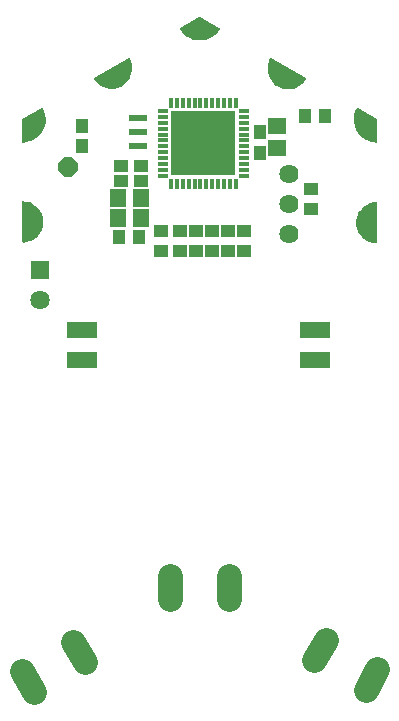
<source format=gbr>
G04 EAGLE Gerber RS-274X export*
G75*
%MOMM*%
%FSLAX34Y34*%
%LPD*%
%INSoldermask Bottom*%
%IPPOS*%
%AMOC8*
5,1,8,0,0,1.08239X$1,22.5*%
G01*
%ADD10R,1.201600X1.101600*%
%ADD11R,1.401600X1.601600*%
%ADD12R,1.101600X1.201600*%
%ADD13R,1.601600X1.401600*%
%ADD14R,1.631600X1.631600*%
%ADD15C,1.631600*%
%ADD16C,1.625600*%
%ADD17P,1.759533X8X22.500000*%
%ADD18R,2.641600X1.371600*%
%ADD19R,0.914400X0.355600*%
%ADD20R,0.355600X0.914400*%
%ADD21R,5.486400X5.486400*%
%ADD22R,1.501597X0.501600*%
%ADD23C,2.082800*%
%ADD24C,1.101600*%

G36*
X150084Y328125D02*
X150084Y328125D01*
X150155Y328134D01*
X150180Y328148D01*
X150208Y328155D01*
X150266Y328197D01*
X150327Y328232D01*
X150345Y328255D01*
X150369Y328273D01*
X150405Y328334D01*
X150448Y328390D01*
X150455Y328419D01*
X150470Y328444D01*
X150486Y328542D01*
X150497Y328583D01*
X150495Y328594D01*
X150497Y328608D01*
X150475Y362569D01*
X150475Y362572D01*
X150475Y362573D01*
X150471Y362590D01*
X150469Y362598D01*
X150472Y362627D01*
X150449Y362694D01*
X150435Y362764D01*
X150419Y362788D01*
X150410Y362816D01*
X150363Y362869D01*
X150323Y362928D01*
X150298Y362943D01*
X150279Y362965D01*
X150215Y362997D01*
X150155Y363035D01*
X150126Y363040D01*
X150100Y363052D01*
X150001Y363061D01*
X149959Y363068D01*
X149948Y363065D01*
X149934Y363066D01*
X147139Y362833D01*
X147106Y362823D01*
X147058Y362819D01*
X144340Y362129D01*
X144309Y362114D01*
X144262Y362102D01*
X141694Y360974D01*
X141666Y360954D01*
X141622Y360935D01*
X139275Y359399D01*
X139250Y359375D01*
X139210Y359348D01*
X137148Y357448D01*
X137129Y357421D01*
X137115Y357412D01*
X137110Y357403D01*
X137092Y357387D01*
X135371Y355173D01*
X135356Y355142D01*
X135326Y355104D01*
X133993Y352636D01*
X133983Y352603D01*
X133960Y352561D01*
X133051Y349908D01*
X133046Y349873D01*
X133031Y349828D01*
X132571Y347061D01*
X132572Y347026D01*
X132564Y346979D01*
X132566Y344174D01*
X132573Y344140D01*
X132573Y344092D01*
X133036Y341326D01*
X133049Y341294D01*
X133057Y341246D01*
X133969Y338594D01*
X133987Y338565D01*
X134002Y338519D01*
X135339Y336053D01*
X135361Y336027D01*
X135384Y335984D01*
X137108Y333772D01*
X137134Y333750D01*
X137164Y333712D01*
X139228Y331814D01*
X139258Y331796D01*
X139293Y331763D01*
X141642Y330231D01*
X141674Y330218D01*
X141715Y330192D01*
X144284Y329067D01*
X144318Y329059D01*
X144362Y329040D01*
X147081Y328353D01*
X147116Y328352D01*
X147162Y328340D01*
X149957Y328110D01*
X149986Y328113D01*
X150015Y328109D01*
X150084Y328125D01*
G37*
G36*
X-72588Y459043D02*
X-72588Y459043D01*
X-72554Y459051D01*
X-72506Y459053D01*
X-69754Y459592D01*
X-69722Y459605D01*
X-69675Y459615D01*
X-67049Y460600D01*
X-67019Y460618D01*
X-66974Y460635D01*
X-64546Y462039D01*
X-64520Y462062D01*
X-64479Y462086D01*
X-62315Y463870D01*
X-62293Y463897D01*
X-62256Y463928D01*
X-60416Y466044D01*
X-60399Y466074D01*
X-60367Y466110D01*
X-58900Y468500D01*
X-58888Y468533D01*
X-58863Y468574D01*
X-57809Y471173D01*
X-57803Y471207D01*
X-57784Y471252D01*
X-57173Y473989D01*
X-57172Y474023D01*
X-57162Y474070D01*
X-57009Y476871D01*
X-57014Y476905D01*
X-57011Y476953D01*
X-57322Y479740D01*
X-57332Y479773D01*
X-57337Y479821D01*
X-58102Y482519D01*
X-58118Y482550D01*
X-58131Y482597D01*
X-59330Y485132D01*
X-59347Y485156D01*
X-59358Y485183D01*
X-59406Y485234D01*
X-59449Y485291D01*
X-59474Y485306D01*
X-59494Y485327D01*
X-59559Y485356D01*
X-59621Y485392D01*
X-59650Y485395D01*
X-59676Y485407D01*
X-59747Y485408D01*
X-59818Y485417D01*
X-59846Y485409D01*
X-59875Y485409D01*
X-59968Y485374D01*
X-60009Y485363D01*
X-60018Y485356D01*
X-60031Y485351D01*
X-89431Y468351D01*
X-89453Y468332D01*
X-89479Y468319D01*
X-89527Y468266D01*
X-89580Y468219D01*
X-89593Y468193D01*
X-89612Y468171D01*
X-89635Y468104D01*
X-89666Y468040D01*
X-89667Y468011D01*
X-89676Y467983D01*
X-89671Y467912D01*
X-89674Y467841D01*
X-89664Y467814D01*
X-89662Y467785D01*
X-89620Y467694D01*
X-89605Y467655D01*
X-89597Y467647D01*
X-89591Y467634D01*
X-87992Y465330D01*
X-87967Y465306D01*
X-87939Y465267D01*
X-85982Y463258D01*
X-85954Y463238D01*
X-85920Y463204D01*
X-83659Y461544D01*
X-83628Y461530D01*
X-83589Y461501D01*
X-81086Y460237D01*
X-81053Y460227D01*
X-81010Y460206D01*
X-78332Y459370D01*
X-78298Y459367D01*
X-78252Y459352D01*
X-75474Y458969D01*
X-75439Y458971D01*
X-75391Y458964D01*
X-72588Y459043D01*
G37*
G36*
X75963Y458570D02*
X75963Y458570D01*
X76011Y458569D01*
X78789Y458952D01*
X78822Y458964D01*
X78870Y458970D01*
X81547Y459806D01*
X81578Y459822D01*
X81623Y459837D01*
X84127Y461101D01*
X84154Y461123D01*
X84197Y461144D01*
X86458Y462804D01*
X86481Y462829D01*
X86520Y462858D01*
X88477Y464867D01*
X88496Y464896D01*
X88529Y464930D01*
X90129Y467234D01*
X90140Y467261D01*
X90159Y467283D01*
X90179Y467351D01*
X90207Y467417D01*
X90208Y467446D01*
X90216Y467474D01*
X90208Y467545D01*
X90209Y467616D01*
X90197Y467642D01*
X90194Y467671D01*
X90159Y467733D01*
X90132Y467799D01*
X90111Y467819D01*
X90097Y467845D01*
X90020Y467908D01*
X89990Y467938D01*
X89979Y467942D01*
X89969Y467951D01*
X60569Y484951D01*
X60541Y484960D01*
X60517Y484977D01*
X60448Y484992D01*
X60380Y485014D01*
X60351Y485012D01*
X60323Y485018D01*
X60253Y485004D01*
X60182Y484999D01*
X60156Y484985D01*
X60127Y484980D01*
X60069Y484940D01*
X60005Y484907D01*
X59987Y484885D01*
X59963Y484869D01*
X59906Y484787D01*
X59879Y484754D01*
X59875Y484744D01*
X59867Y484732D01*
X58669Y482197D01*
X58661Y482163D01*
X58640Y482119D01*
X57875Y479421D01*
X57872Y479387D01*
X57859Y479340D01*
X57549Y476553D01*
X57551Y476526D01*
X57550Y476521D01*
X57552Y476516D01*
X57546Y476471D01*
X57699Y473670D01*
X57708Y473637D01*
X57710Y473589D01*
X58322Y470852D01*
X58336Y470820D01*
X58346Y470773D01*
X59400Y468174D01*
X59419Y468145D01*
X59437Y468100D01*
X60904Y465710D01*
X60928Y465685D01*
X60953Y465644D01*
X62794Y463528D01*
X62821Y463506D01*
X62853Y463470D01*
X65016Y461686D01*
X65047Y461669D01*
X65084Y461639D01*
X67512Y460235D01*
X67545Y460224D01*
X67586Y460200D01*
X70212Y459215D01*
X70246Y459209D01*
X70291Y459192D01*
X73044Y458653D01*
X73078Y458653D01*
X73126Y458643D01*
X75929Y458564D01*
X75963Y458570D01*
G37*
G36*
X-149658Y328789D02*
X-149658Y328789D01*
X-149644Y328787D01*
X-146850Y329021D01*
X-146816Y329031D01*
X-146768Y329034D01*
X-144050Y329725D01*
X-144019Y329740D01*
X-143972Y329752D01*
X-141405Y330880D01*
X-141376Y330900D01*
X-141332Y330919D01*
X-138985Y332455D01*
X-138961Y332479D01*
X-138920Y332505D01*
X-136858Y334406D01*
X-136847Y334421D01*
X-136835Y334430D01*
X-136824Y334447D01*
X-136802Y334467D01*
X-135081Y336681D01*
X-135066Y336712D01*
X-135036Y336750D01*
X-133703Y339217D01*
X-133693Y339251D01*
X-133670Y339293D01*
X-132761Y341946D01*
X-132757Y341981D01*
X-132741Y342026D01*
X-132281Y344793D01*
X-132282Y344827D01*
X-132274Y344875D01*
X-132276Y347679D01*
X-132283Y347713D01*
X-132283Y347761D01*
X-132746Y350527D01*
X-132759Y350560D01*
X-132767Y350607D01*
X-133679Y353259D01*
X-133697Y353289D01*
X-133712Y353335D01*
X-135049Y355800D01*
X-135071Y355827D01*
X-135094Y355869D01*
X-136818Y358081D01*
X-136844Y358104D01*
X-136874Y358142D01*
X-138938Y360040D01*
X-138968Y360058D01*
X-139003Y360091D01*
X-141352Y361623D01*
X-141384Y361636D01*
X-141425Y361662D01*
X-143994Y362787D01*
X-144028Y362794D01*
X-144072Y362814D01*
X-146791Y363500D01*
X-146826Y363502D01*
X-146872Y363514D01*
X-149667Y363744D01*
X-149696Y363740D01*
X-149725Y363745D01*
X-149794Y363729D01*
X-149865Y363720D01*
X-149890Y363706D01*
X-149919Y363699D01*
X-149976Y363657D01*
X-150037Y363621D01*
X-150055Y363598D01*
X-150079Y363581D01*
X-150115Y363520D01*
X-150158Y363463D01*
X-150165Y363435D01*
X-150180Y363410D01*
X-150196Y363312D01*
X-150207Y363270D01*
X-150205Y363259D01*
X-150208Y363246D01*
X-150185Y329285D01*
X-150179Y329256D01*
X-150182Y329227D01*
X-150160Y329159D01*
X-150145Y329090D01*
X-150129Y329066D01*
X-150120Y329038D01*
X-150073Y328984D01*
X-150033Y328926D01*
X-150008Y328910D01*
X-149989Y328888D01*
X-149925Y328857D01*
X-149865Y328819D01*
X-149836Y328814D01*
X-149810Y328801D01*
X-149711Y328793D01*
X-149669Y328786D01*
X-149658Y328789D01*
G37*
G36*
X150155Y413371D02*
X150155Y413371D01*
X150226Y413380D01*
X150251Y413394D01*
X150279Y413401D01*
X150336Y413443D01*
X150398Y413479D01*
X150416Y413502D01*
X150439Y413519D01*
X150475Y413581D01*
X150519Y413637D01*
X150526Y413665D01*
X150540Y413690D01*
X150557Y413789D01*
X150567Y413830D01*
X150566Y413841D01*
X150568Y413854D01*
X150545Y432894D01*
X150530Y432969D01*
X150521Y433046D01*
X150510Y433066D01*
X150505Y433089D01*
X150462Y433152D01*
X150424Y433219D01*
X150404Y433236D01*
X150393Y433252D01*
X150355Y433276D01*
X150296Y433325D01*
X133819Y442865D01*
X133791Y442874D01*
X133768Y442891D01*
X133698Y442905D01*
X133630Y442928D01*
X133601Y442926D01*
X133573Y442932D01*
X133503Y442918D01*
X133432Y442913D01*
X133406Y442900D01*
X133378Y442894D01*
X133319Y442854D01*
X133255Y442821D01*
X133237Y442799D01*
X133213Y442783D01*
X133156Y442701D01*
X133129Y442668D01*
X133125Y442658D01*
X133118Y442647D01*
X131803Y439877D01*
X131795Y439843D01*
X131775Y439801D01*
X130922Y436856D01*
X130919Y436823D01*
X130906Y436778D01*
X130536Y433734D01*
X130539Y433700D01*
X130533Y433653D01*
X130656Y430590D01*
X130664Y430557D01*
X130666Y430510D01*
X131279Y427506D01*
X131292Y427475D01*
X131302Y427429D01*
X132389Y424562D01*
X132407Y424533D01*
X132423Y424489D01*
X133956Y421834D01*
X133979Y421808D01*
X134002Y421768D01*
X135941Y419392D01*
X135967Y419371D01*
X135997Y419334D01*
X138292Y417301D01*
X138321Y417284D01*
X138356Y417253D01*
X140948Y415614D01*
X140979Y415602D01*
X141019Y415577D01*
X143840Y414375D01*
X143873Y414368D01*
X143916Y414350D01*
X146893Y413616D01*
X146927Y413614D01*
X146972Y413603D01*
X150029Y413356D01*
X150057Y413360D01*
X150086Y413355D01*
X150155Y413371D01*
G37*
G36*
X-149866Y413489D02*
X-149866Y413489D01*
X-149853Y413488D01*
X-146796Y413734D01*
X-146764Y413744D01*
X-146717Y413747D01*
X-143740Y414481D01*
X-143709Y414496D01*
X-143664Y414507D01*
X-140843Y415708D01*
X-140815Y415728D01*
X-140772Y415746D01*
X-138180Y417385D01*
X-138156Y417408D01*
X-138116Y417433D01*
X-135821Y419466D01*
X-135801Y419493D01*
X-135765Y419524D01*
X-133826Y421899D01*
X-133810Y421929D01*
X-133780Y421965D01*
X-132247Y424621D01*
X-132237Y424653D01*
X-132213Y424693D01*
X-131798Y425788D01*
X-131609Y426287D01*
X-131608Y426287D01*
X-131419Y426786D01*
X-131230Y427285D01*
X-131230Y427286D01*
X-131126Y427560D01*
X-131120Y427594D01*
X-131103Y427637D01*
X-130490Y430642D01*
X-130490Y430675D01*
X-130480Y430721D01*
X-130357Y433785D01*
X-130362Y433818D01*
X-130360Y433865D01*
X-130730Y436909D01*
X-130740Y436941D01*
X-130746Y436988D01*
X-131599Y439933D01*
X-131615Y439963D01*
X-131627Y440008D01*
X-132942Y442778D01*
X-132959Y442801D01*
X-132969Y442829D01*
X-133018Y442880D01*
X-133061Y442937D01*
X-133086Y442952D01*
X-133106Y442973D01*
X-133171Y443001D01*
X-133233Y443037D01*
X-133262Y443041D01*
X-133288Y443052D01*
X-133359Y443053D01*
X-133430Y443062D01*
X-133458Y443054D01*
X-133487Y443054D01*
X-133581Y443019D01*
X-133622Y443008D01*
X-133630Y443001D01*
X-133643Y442996D01*
X-150120Y433457D01*
X-150178Y433406D01*
X-150240Y433360D01*
X-150252Y433340D01*
X-150269Y433325D01*
X-150302Y433255D01*
X-150341Y433189D01*
X-150346Y433164D01*
X-150355Y433145D01*
X-150356Y433101D01*
X-150369Y433025D01*
X-150392Y413986D01*
X-150386Y413958D01*
X-150389Y413929D01*
X-150367Y413861D01*
X-150353Y413791D01*
X-150336Y413767D01*
X-150327Y413740D01*
X-150281Y413686D01*
X-150240Y413627D01*
X-150216Y413611D01*
X-150197Y413589D01*
X-150133Y413558D01*
X-150073Y413520D01*
X-150044Y413515D01*
X-150018Y413502D01*
X-149919Y413494D01*
X-149877Y413486D01*
X-149866Y413489D01*
G37*
G36*
X1585Y500062D02*
X1585Y500062D01*
X1632Y500061D01*
X4658Y500553D01*
X4690Y500565D01*
X4736Y500573D01*
X7645Y501544D01*
X7674Y501560D01*
X7719Y501575D01*
X10434Y503000D01*
X10460Y503021D01*
X10502Y503043D01*
X12953Y504885D01*
X12975Y504910D01*
X13013Y504938D01*
X15137Y507149D01*
X15155Y507178D01*
X15188Y507212D01*
X16930Y509735D01*
X16941Y509762D01*
X16959Y509784D01*
X16980Y509852D01*
X17008Y509918D01*
X17008Y509947D01*
X17016Y509975D01*
X17008Y510046D01*
X17008Y510117D01*
X16997Y510143D01*
X16994Y510172D01*
X16959Y510235D01*
X16931Y510300D01*
X16910Y510320D01*
X16896Y510346D01*
X16819Y510409D01*
X16789Y510439D01*
X16778Y510443D01*
X16768Y510451D01*
X268Y519951D01*
X195Y519976D01*
X124Y520007D01*
X101Y520007D01*
X79Y520014D01*
X3Y520008D01*
X-74Y520009D01*
X-99Y520000D01*
X-119Y519999D01*
X-159Y519978D01*
X-230Y519951D01*
X-16730Y510451D01*
X-16752Y510432D01*
X-16778Y510420D01*
X-16826Y510367D01*
X-16879Y510320D01*
X-16892Y510294D01*
X-16911Y510272D01*
X-16935Y510205D01*
X-16965Y510141D01*
X-16967Y510112D01*
X-16976Y510084D01*
X-16971Y510013D01*
X-16975Y509942D01*
X-16965Y509915D01*
X-16963Y509886D01*
X-16920Y509795D01*
X-16905Y509755D01*
X-16898Y509747D01*
X-16892Y509735D01*
X-15150Y507212D01*
X-15126Y507188D01*
X-15100Y507149D01*
X-12976Y504938D01*
X-12948Y504919D01*
X-12915Y504885D01*
X-10464Y503043D01*
X-10433Y503028D01*
X-10396Y503000D01*
X-7681Y501575D01*
X-7649Y501566D01*
X-7607Y501544D01*
X-4699Y500573D01*
X-4665Y500568D01*
X-4621Y500553D01*
X-1594Y500061D01*
X-1561Y500063D01*
X-1514Y500055D01*
X1552Y500055D01*
X1585Y500062D01*
G37*
D10*
X-66444Y393700D03*
X-49444Y393700D03*
D11*
X-50031Y366713D03*
X-69031Y366713D03*
D12*
X-99219Y427600D03*
X-99219Y410600D03*
D10*
X-66444Y381000D03*
X-49444Y381000D03*
D11*
X-50031Y349250D03*
X-69031Y349250D03*
D12*
X50800Y422044D03*
X50800Y405044D03*
D13*
X65088Y408806D03*
X65088Y427806D03*
D14*
X-134938Y305594D03*
D15*
X-134938Y280194D03*
D16*
X75406Y335756D03*
X75406Y361156D03*
X75406Y386556D03*
D17*
X-111125Y392906D03*
D12*
X106131Y435769D03*
X89131Y435769D03*
D10*
X-16669Y321700D03*
X-16669Y338700D03*
X10319Y321700D03*
X10319Y338700D03*
X94456Y374419D03*
X94456Y357419D03*
X37306Y321700D03*
X37306Y338700D03*
X-3175Y321700D03*
X-3175Y338700D03*
X-32544Y321700D03*
X-32544Y338700D03*
X23813Y321700D03*
X23813Y338700D03*
D12*
X-51031Y333375D03*
X-68031Y333375D03*
D18*
X-99219Y254794D03*
X-99219Y229394D03*
X97631Y254794D03*
X97631Y229394D03*
D19*
X-31369Y385243D03*
X-31369Y390244D03*
X-31369Y395246D03*
X-31369Y400247D03*
X-31369Y405248D03*
X-31369Y410249D03*
X-31369Y415251D03*
X-31369Y420252D03*
X-31369Y425253D03*
X-31369Y430254D03*
X-31369Y435256D03*
X-31369Y440257D03*
D20*
X-24332Y447294D03*
X-19331Y447294D03*
X-14329Y447294D03*
X-9328Y447294D03*
X-4327Y447294D03*
X674Y447294D03*
X5676Y447294D03*
X10677Y447294D03*
X15678Y447294D03*
X20679Y447294D03*
X25681Y447294D03*
X30682Y447294D03*
D19*
X37719Y440257D03*
X37719Y435256D03*
X37719Y430254D03*
X37719Y425253D03*
X37719Y420252D03*
X37719Y415251D03*
X37719Y410249D03*
X37719Y405248D03*
X37719Y400247D03*
X37719Y395246D03*
X37719Y390244D03*
X37719Y385243D03*
D20*
X30682Y378206D03*
X25681Y378206D03*
X20679Y378206D03*
X15678Y378206D03*
X10677Y378206D03*
X5676Y378206D03*
X674Y378206D03*
X-4327Y378206D03*
X-9328Y378206D03*
X-14329Y378206D03*
X-19331Y378206D03*
X-24332Y378206D03*
D21*
X3175Y412750D03*
D22*
X-52388Y410275D03*
X-52388Y422275D03*
X-52388Y434275D03*
D23*
X-25146Y46419D02*
X-25146Y26607D01*
X25146Y26607D02*
X25146Y46419D01*
X107001Y-7423D02*
X97095Y-24581D01*
X140649Y-49727D02*
X150555Y-32569D01*
X-140649Y-51314D02*
X-150555Y-34157D01*
X-107001Y-9011D02*
X-97095Y-26168D01*
D24*
X19Y511519D03*
X143118Y428893D03*
X-70981Y470419D03*
X71519Y470019D03*
X143041Y345557D03*
X-142942Y429025D03*
X-142751Y346297D03*
M02*

</source>
